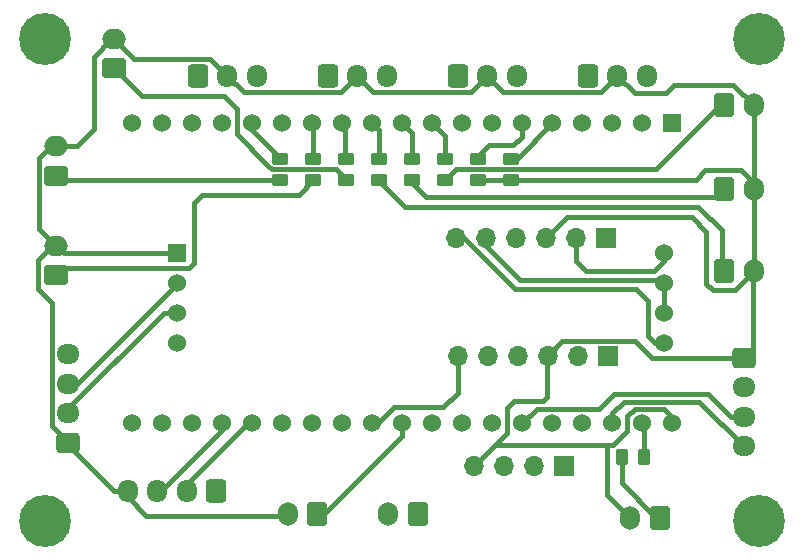
<source format=gbl>
%TF.GenerationSoftware,KiCad,Pcbnew,8.0.4*%
%TF.CreationDate,2024-08-29T11:46:15+07:00*%
%TF.ProjectId,ESP32,45535033-322e-46b6-9963-61645f706362,rev?*%
%TF.SameCoordinates,Original*%
%TF.FileFunction,Copper,L2,Bot*%
%TF.FilePolarity,Positive*%
%FSLAX46Y46*%
G04 Gerber Fmt 4.6, Leading zero omitted, Abs format (unit mm)*
G04 Created by KiCad (PCBNEW 8.0.4) date 2024-08-29 11:46:15*
%MOMM*%
%LPD*%
G01*
G04 APERTURE LIST*
G04 Aperture macros list*
%AMRoundRect*
0 Rectangle with rounded corners*
0 $1 Rounding radius*
0 $2 $3 $4 $5 $6 $7 $8 $9 X,Y pos of 4 corners*
0 Add a 4 corners polygon primitive as box body*
4,1,4,$2,$3,$4,$5,$6,$7,$8,$9,$2,$3,0*
0 Add four circle primitives for the rounded corners*
1,1,$1+$1,$2,$3*
1,1,$1+$1,$4,$5*
1,1,$1+$1,$6,$7*
1,1,$1+$1,$8,$9*
0 Add four rect primitives between the rounded corners*
20,1,$1+$1,$2,$3,$4,$5,0*
20,1,$1+$1,$4,$5,$6,$7,0*
20,1,$1+$1,$6,$7,$8,$9,0*
20,1,$1+$1,$8,$9,$2,$3,0*%
G04 Aperture macros list end*
%TA.AperFunction,ComponentPad*%
%ADD10R,1.700000X1.700000*%
%TD*%
%TA.AperFunction,ComponentPad*%
%ADD11O,1.700000X1.700000*%
%TD*%
%TA.AperFunction,ComponentPad*%
%ADD12O,1.700000X2.000000*%
%TD*%
%TA.AperFunction,ComponentPad*%
%ADD13RoundRect,0.250000X0.600000X0.750000X-0.600000X0.750000X-0.600000X-0.750000X0.600000X-0.750000X0*%
%TD*%
%TA.AperFunction,ComponentPad*%
%ADD14RoundRect,0.250000X-0.600000X-0.725000X0.600000X-0.725000X0.600000X0.725000X-0.600000X0.725000X0*%
%TD*%
%TA.AperFunction,ComponentPad*%
%ADD15O,1.700000X1.950000*%
%TD*%
%TA.AperFunction,ComponentPad*%
%ADD16RoundRect,0.250000X0.750000X-0.600000X0.750000X0.600000X-0.750000X0.600000X-0.750000X-0.600000X0*%
%TD*%
%TA.AperFunction,ComponentPad*%
%ADD17O,2.000000X1.700000*%
%TD*%
%TA.AperFunction,ComponentPad*%
%ADD18C,4.400000*%
%TD*%
%TA.AperFunction,ComponentPad*%
%ADD19RoundRect,0.250000X-0.600000X-0.750000X0.600000X-0.750000X0.600000X0.750000X-0.600000X0.750000X0*%
%TD*%
%TA.AperFunction,ComponentPad*%
%ADD20RoundRect,0.250000X-0.725000X0.600000X-0.725000X-0.600000X0.725000X-0.600000X0.725000X0.600000X0*%
%TD*%
%TA.AperFunction,ComponentPad*%
%ADD21O,1.950000X1.700000*%
%TD*%
%TA.AperFunction,ComponentPad*%
%ADD22R,1.530000X1.530000*%
%TD*%
%TA.AperFunction,ComponentPad*%
%ADD23C,1.530000*%
%TD*%
%TA.AperFunction,ComponentPad*%
%ADD24RoundRect,0.250000X0.600000X0.725000X-0.600000X0.725000X-0.600000X-0.725000X0.600000X-0.725000X0*%
%TD*%
%TA.AperFunction,ComponentPad*%
%ADD25RoundRect,0.250000X0.725000X-0.600000X0.725000X0.600000X-0.725000X0.600000X-0.725000X-0.600000X0*%
%TD*%
%TA.AperFunction,SMDPad,CuDef*%
%ADD26RoundRect,0.250000X0.450000X-0.262500X0.450000X0.262500X-0.450000X0.262500X-0.450000X-0.262500X0*%
%TD*%
%TA.AperFunction,SMDPad,CuDef*%
%ADD27RoundRect,0.250000X-0.262500X-0.450000X0.262500X-0.450000X0.262500X0.450000X-0.262500X0.450000X0*%
%TD*%
%TA.AperFunction,Conductor*%
%ADD28C,0.400000*%
%TD*%
G04 APERTURE END LIST*
D10*
%TO.P,J7,1,Pin_1*%
%TO.N,Net-(J17-Pin_1)*%
X81000000Y-100500000D03*
D11*
%TO.P,J7,2,Pin_2*%
%TO.N,unconnected-(J7-Pin_2-Pad2)*%
X78460000Y-100500000D03*
%TO.P,J7,3,Pin_3*%
%TO.N,unconnected-(J7-Pin_3-Pad3)*%
X75920000Y-100500000D03*
%TO.P,J7,4,Pin_4*%
%TO.N,GND*%
X73380000Y-100500000D03*
%TD*%
D12*
%TO.P,J17,2,Pin_2*%
%TO.N,+5V*%
X66100000Y-104575000D03*
D13*
%TO.P,J17,1,Pin_1*%
%TO.N,Net-(J17-Pin_1)*%
X68600000Y-104575000D03*
%TD*%
D14*
%TO.P,J2,1,Pin_1*%
%TO.N,/ana2*%
X71975000Y-67482500D03*
D15*
%TO.P,J2,2,Pin_2*%
%TO.N,GND*%
X74475000Y-67482500D03*
%TO.P,J2,3,Pin_3*%
%TO.N,+5V*%
X76975000Y-67482500D03*
%TD*%
D14*
%TO.P,J3,1,Pin_1*%
%TO.N,/dig1*%
X60975000Y-67482500D03*
D15*
%TO.P,J3,2,Pin_2*%
%TO.N,GND*%
X63475000Y-67482500D03*
%TO.P,J3,3,Pin_3*%
%TO.N,+5V*%
X65975000Y-67482500D03*
%TD*%
D16*
%TO.P,J13,1,Pin_1*%
%TO.N,Net-(J13-Pin_1)*%
X42900000Y-66857500D03*
D17*
%TO.P,J13,2,Pin_2*%
%TO.N,GND*%
X42900000Y-64357500D03*
%TD*%
D10*
%TO.P,J9,1,Pin_1*%
%TO.N,/HV4*%
X84555000Y-81225000D03*
D11*
%TO.P,J9,2,Pin_2*%
%TO.N,/HV3*%
X82015000Y-81225000D03*
%TO.P,J9,3,Pin_3*%
%TO.N,GND*%
X79475000Y-81225000D03*
%TO.P,J9,4,Pin_4*%
%TO.N,+5V*%
X76935000Y-81225000D03*
%TO.P,J9,5,Pin_5*%
%TO.N,/HV2*%
X74395000Y-81225000D03*
%TO.P,J9,6,Pin_6*%
%TO.N,/HV1*%
X71855000Y-81225000D03*
%TD*%
D18*
%TO.P,J21,1,Pin_1*%
%TO.N,unconnected-(J21-Pin_1-Pad1)*%
X97525000Y-105150000D03*
%TD*%
D19*
%TO.P,J12,1,Pin_1*%
%TO.N,Net-(J12-Pin_1)*%
X94525000Y-84050000D03*
D12*
%TO.P,J12,2,Pin_2*%
%TO.N,GND*%
X97025000Y-84050000D03*
%TD*%
D18*
%TO.P,J23,1,Pin_1*%
%TO.N,unconnected-(J23-Pin_1-Pad1)*%
X37050000Y-105150000D03*
%TD*%
D20*
%TO.P,J18,1,Pin_1*%
%TO.N,GND*%
X96200000Y-91350000D03*
D21*
%TO.P,J18,2,Pin_2*%
%TO.N,+5V*%
X96200000Y-93850000D03*
%TO.P,J18,3,Pin_3*%
%TO.N,/IO21*%
X96200000Y-96350000D03*
%TO.P,J18,4,Pin_4*%
%TO.N,/IO22*%
X96200000Y-98850000D03*
%TD*%
D13*
%TO.P,J20,1,Pin_1*%
%TO.N,/IO5*%
X60100000Y-104575000D03*
D12*
%TO.P,J20,2,Pin_2*%
%TO.N,GND*%
X57600000Y-104575000D03*
%TD*%
D19*
%TO.P,J11,1,Pin_1*%
%TO.N,Net-(J11-Pin_1)*%
X94525000Y-77050000D03*
D12*
%TO.P,J11,2,Pin_2*%
%TO.N,GND*%
X97025000Y-77050000D03*
%TD*%
D14*
%TO.P,J4,1,Pin_1*%
%TO.N,/dig2*%
X49975000Y-67507500D03*
D15*
%TO.P,J4,2,Pin_2*%
%TO.N,GND*%
X52475000Y-67507500D03*
%TO.P,J4,3,Pin_3*%
%TO.N,+5V*%
X54975000Y-67507500D03*
%TD*%
D10*
%TO.P,J10,1,Pin_1*%
%TO.N,/LV4*%
X84675000Y-91175000D03*
D11*
%TO.P,J10,2,Pin_2*%
%TO.N,/LV3*%
X82135000Y-91175000D03*
%TO.P,J10,3,Pin_3*%
%TO.N,GND*%
X79595000Y-91175000D03*
%TO.P,J10,4,Pin_4*%
%TO.N,/LV*%
X77055000Y-91175000D03*
%TO.P,J10,5,Pin_5*%
%TO.N,/LV2*%
X74515000Y-91175000D03*
%TO.P,J10,6,Pin_6*%
%TO.N,/LV1*%
X71975000Y-91175000D03*
%TD*%
D19*
%TO.P,J8,1,Pin_1*%
%TO.N,Net-(J8-Pin_1)*%
X94525000Y-69975000D03*
D12*
%TO.P,J8,2,Pin_2*%
%TO.N,GND*%
X97025000Y-69975000D03*
%TD*%
D16*
%TO.P,J14,1,Pin_1*%
%TO.N,Net-(J14-Pin_1)*%
X38000000Y-75950000D03*
D17*
%TO.P,J14,2,Pin_2*%
%TO.N,GND*%
X38000000Y-73450000D03*
%TD*%
D13*
%TO.P,J16,1,Pin_1*%
%TO.N,Net-(J16-Pin_1)*%
X89075000Y-104900000D03*
D12*
%TO.P,J16,2,Pin_2*%
%TO.N,GND*%
X86575000Y-104900000D03*
%TD*%
D22*
%TO.P,U1,1,3V3*%
%TO.N,/LV*%
X90140000Y-71505000D03*
D23*
%TO.P,U1,2,EN*%
%TO.N,unconnected-(U1-EN-Pad2)*%
X87600000Y-71505000D03*
%TO.P,U1,3,SENSOR_VP*%
%TO.N,unconnected-(U1-SENSOR_VP-Pad3)*%
X85060000Y-71505000D03*
%TO.P,U1,4,SENSOR_VN*%
%TO.N,unconnected-(U1-SENSOR_VN-Pad4)*%
X82520000Y-71505000D03*
%TO.P,U1,5,IO34*%
%TO.N,/ana1*%
X79980000Y-71505000D03*
%TO.P,U1,6,IO35*%
%TO.N,/ana2*%
X77440000Y-71505000D03*
%TO.P,U1,7,IO32*%
%TO.N,/dig1*%
X74900000Y-71505000D03*
%TO.P,U1,8,IO33*%
%TO.N,/dig2*%
X72360000Y-71505000D03*
%TO.P,U1,9,IO25*%
%TO.N,/IO25*%
X69820000Y-71505000D03*
%TO.P,U1,10,IO26*%
%TO.N,/IO26*%
X67280000Y-71505000D03*
%TO.P,U1,11,IO27*%
%TO.N,/IO27*%
X64740000Y-71505000D03*
%TO.P,U1,12,IO14*%
%TO.N,/IO14*%
X62200000Y-71505000D03*
%TO.P,U1,13,IO12*%
%TO.N,/IO12*%
X59660000Y-71505000D03*
%TO.P,U1,14,GND1*%
%TO.N,unconnected-(U1-GND1-Pad14)*%
X57120000Y-71505000D03*
%TO.P,U1,15,IO13*%
%TO.N,/IO13*%
X54580000Y-71505000D03*
%TO.P,U1,16,SD2*%
%TO.N,unconnected-(U1-SD2-Pad16)*%
X52040000Y-71505000D03*
%TO.P,U1,17,SD3*%
%TO.N,unconnected-(U1-SD3-Pad17)*%
X49500000Y-71505000D03*
%TO.P,U1,18,CMD*%
%TO.N,unconnected-(U1-CMD-Pad18)*%
X46960000Y-71505000D03*
%TO.P,U1,19,EXT_5V*%
%TO.N,+5V*%
X44420000Y-71505000D03*
%TO.P,U1,20,CLK*%
%TO.N,unconnected-(U1-CLK-Pad20)*%
X44420000Y-96905000D03*
%TO.P,U1,21,SD0*%
%TO.N,unconnected-(U1-SD0-Pad21)*%
X46960000Y-96905000D03*
%TO.P,U1,22,SD1*%
%TO.N,unconnected-(U1-SD1-Pad22)*%
X49500000Y-96905000D03*
%TO.P,U1,23,IO15*%
%TO.N,/IO15*%
X52040000Y-96905000D03*
%TO.P,U1,24,IO2*%
%TO.N,/IO2*%
X54580000Y-96905000D03*
%TO.P,U1,25,IO0*%
%TO.N,unconnected-(U1-IO0-Pad25)*%
X57120000Y-96905000D03*
%TO.P,U1,26,IO4*%
%TO.N,/LV2*%
X59660000Y-96905000D03*
%TO.P,U1,27,IO16*%
%TO.N,/LV3*%
X62200000Y-96905000D03*
%TO.P,U1,28,IO17*%
%TO.N,/LV1*%
X64740000Y-96905000D03*
%TO.P,U1,29,IO5*%
%TO.N,/IO5*%
X67280000Y-96905000D03*
%TO.P,U1,30,IO18*%
%TO.N,unconnected-(U1-IO18-Pad30)*%
X69820000Y-96905000D03*
%TO.P,U1,31,IO19*%
%TO.N,unconnected-(U1-IO19-Pad31)*%
X72360000Y-96905000D03*
%TO.P,U1,32,GND2*%
%TO.N,unconnected-(U1-GND2-Pad32)*%
X74900000Y-96905000D03*
%TO.P,U1,33,IO21*%
%TO.N,/IO21*%
X77440000Y-96905000D03*
%TO.P,U1,34,RXD0*%
%TO.N,unconnected-(U1-RXD0-Pad34)*%
X79980000Y-96905000D03*
%TO.P,U1,35,TXD0*%
%TO.N,unconnected-(U1-TXD0-Pad35)*%
X82520000Y-96905000D03*
%TO.P,U1,36,IO22*%
%TO.N,/IO22*%
X85060000Y-96905000D03*
%TO.P,U1,37,IO23*%
%TO.N,/IO23*%
X87600000Y-96905000D03*
%TO.P,U1,38,GND3*%
%TO.N,GND*%
X90140000Y-96905000D03*
%TD*%
D24*
%TO.P,J5,1,Pin_1*%
%TO.N,+5V*%
X51525000Y-102642500D03*
D15*
%TO.P,J5,2,Pin_2*%
%TO.N,/IO2*%
X49025000Y-102642500D03*
%TO.P,J5,3,Pin_3*%
%TO.N,/IO15*%
X46525000Y-102642500D03*
%TO.P,J5,4,Pin_4*%
%TO.N,GND*%
X44025000Y-102642500D03*
%TD*%
D25*
%TO.P,J6,1,Pin_1*%
%TO.N,GND*%
X39007500Y-98550000D03*
D21*
%TO.P,J6,2,Pin_2*%
%TO.N,/B*%
X39007500Y-96050000D03*
%TO.P,J6,3,Pin_3*%
%TO.N,/A*%
X39007500Y-93550000D03*
%TO.P,J6,4,Pin_4*%
%TO.N,+5V*%
X39007500Y-91050000D03*
%TD*%
D16*
%TO.P,J15,1,Pin_1*%
%TO.N,Net-(J15-Pin_1)*%
X38000000Y-84375000D03*
D17*
%TO.P,J15,2,Pin_2*%
%TO.N,GND*%
X38000000Y-81875000D03*
%TD*%
D22*
%TO.P,ESP32,1,GND*%
%TO.N,GND*%
X48203500Y-82490000D03*
D23*
%TO.P,ESP32,2,A*%
%TO.N,/A*%
X48203500Y-85030000D03*
%TO.P,ESP32,3,B*%
%TO.N,/B*%
X48203500Y-87570000D03*
%TO.P,ESP32,4,VCC*%
%TO.N,+5V*%
X48203500Y-90110000D03*
%TO.P,ESP32,5,RO*%
%TO.N,/HV1*%
X89423500Y-90110000D03*
%TO.P,ESP32,6,RE*%
%TO.N,/HV2*%
X89423500Y-87570000D03*
%TO.P,ESP32,7,DE*%
X89423500Y-85030000D03*
%TO.P,ESP32,8,DI*%
%TO.N,/HV3*%
X89423500Y-82490000D03*
%TD*%
D14*
%TO.P,J1,1,Pin_1*%
%TO.N,/ana1*%
X82975000Y-67482500D03*
D15*
%TO.P,J1,2,Pin_2*%
%TO.N,GND*%
X85475000Y-67482500D03*
%TO.P,J1,3,Pin_3*%
%TO.N,+5V*%
X87975000Y-67482500D03*
%TD*%
D18*
%TO.P,J19,1,Pin_1*%
%TO.N,unconnected-(J19-Pin_1-Pad1)*%
X97475000Y-64375000D03*
%TD*%
%TO.P,J22,1,Pin_1*%
%TO.N,unconnected-(J22-Pin_1-Pad1)*%
X37050000Y-64350000D03*
%TD*%
D26*
%TO.P,R4,1*%
%TO.N,Net-(J11-Pin_1)*%
X68146428Y-76325000D03*
%TO.P,R4,2*%
%TO.N,/IO26*%
X68146428Y-74500000D03*
%TD*%
D27*
%TO.P,R9,1*%
%TO.N,Net-(J16-Pin_1)*%
X85900000Y-99800000D03*
%TO.P,R9,2*%
%TO.N,/IO23*%
X87725000Y-99800000D03*
%TD*%
D26*
%TO.P,R2,1*%
%TO.N,GND*%
X73732142Y-76325000D03*
%TO.P,R2,2*%
%TO.N,/ana2*%
X73732142Y-74500000D03*
%TD*%
%TO.P,R1,1*%
%TO.N,GND*%
X76525000Y-76325000D03*
%TO.P,R1,2*%
%TO.N,/ana1*%
X76525000Y-74500000D03*
%TD*%
%TO.P,R5,1*%
%TO.N,Net-(J12-Pin_1)*%
X65353571Y-76325000D03*
%TO.P,R5,2*%
%TO.N,/IO27*%
X65353571Y-74500000D03*
%TD*%
%TO.P,R6,1*%
%TO.N,Net-(J13-Pin_1)*%
X62560714Y-76325000D03*
%TO.P,R6,2*%
%TO.N,/IO14*%
X62560714Y-74500000D03*
%TD*%
%TO.P,R3,1*%
%TO.N,Net-(J8-Pin_1)*%
X70939285Y-76325000D03*
%TO.P,R3,2*%
%TO.N,/IO25*%
X70939285Y-74500000D03*
%TD*%
%TO.P,R7,1*%
%TO.N,Net-(J14-Pin_1)*%
X56975000Y-76325000D03*
%TO.P,R7,2*%
%TO.N,/IO13*%
X56975000Y-74500000D03*
%TD*%
%TO.P,R8,1*%
%TO.N,Net-(J15-Pin_1)*%
X59767857Y-76325000D03*
%TO.P,R8,2*%
%TO.N,/IO12*%
X59767857Y-74500000D03*
%TD*%
D28*
%TO.N,Net-(J15-Pin_1)*%
X49200000Y-83800000D02*
X38575000Y-83800000D01*
X38575000Y-83800000D02*
X38000000Y-84375000D01*
X50325000Y-77550000D02*
X49650000Y-78225000D01*
X49650000Y-78225000D02*
X49650000Y-83350000D01*
X58542857Y-77550000D02*
X50325000Y-77550000D01*
X59767857Y-76325000D02*
X58542857Y-77550000D01*
X49650000Y-83350000D02*
X49200000Y-83800000D01*
%TO.N,/LV1*%
X66550000Y-95550000D02*
X70725000Y-95550000D01*
X65195000Y-96905000D02*
X66550000Y-95550000D01*
X71975000Y-94300000D02*
X71975000Y-91175000D01*
X64740000Y-96905000D02*
X65195000Y-96905000D01*
X70725000Y-95550000D02*
X71975000Y-94300000D01*
%TO.N,GND*%
X79575000Y-94650000D02*
X79225000Y-95000000D01*
X76125000Y-95600000D02*
X76125000Y-97755000D01*
X76125000Y-97755000D02*
X73380000Y-100500000D01*
X79575000Y-91195000D02*
X79575000Y-94650000D01*
X76725000Y-95000000D02*
X76125000Y-95600000D01*
X79595000Y-91175000D02*
X79575000Y-91195000D01*
X79225000Y-95000000D02*
X76725000Y-95000000D01*
X73625000Y-100255000D02*
X73380000Y-100500000D01*
%TO.N,Net-(J16-Pin_1)*%
X85850000Y-99850000D02*
X85850000Y-101975000D01*
X88775000Y-104900000D02*
X89075000Y-104900000D01*
X85900000Y-99800000D02*
X85850000Y-99850000D01*
X85850000Y-101975000D02*
X88775000Y-104900000D01*
%TO.N,GND*%
X84650000Y-98775000D02*
X83825000Y-98775000D01*
X84650000Y-102975000D02*
X84650000Y-98775000D01*
X86575000Y-104900000D02*
X84650000Y-102975000D01*
X86350000Y-96275000D02*
X86350000Y-97525000D01*
X85100000Y-98775000D02*
X83825000Y-98775000D01*
X86950000Y-95675000D02*
X86350000Y-96275000D01*
X86350000Y-97525000D02*
X85100000Y-98775000D01*
X89425000Y-95675000D02*
X86950000Y-95675000D01*
X90140000Y-96905000D02*
X90140000Y-96390000D01*
X90140000Y-96390000D02*
X89425000Y-95675000D01*
%TO.N,/IO21*%
X95125000Y-96350000D02*
X96200000Y-96350000D01*
X93200000Y-94425000D02*
X95125000Y-96350000D01*
X85175000Y-94425000D02*
X93200000Y-94425000D01*
X78670000Y-95675000D02*
X83925000Y-95675000D01*
X77440000Y-96905000D02*
X78670000Y-95675000D01*
X83925000Y-95675000D02*
X85175000Y-94425000D01*
%TO.N,/IO22*%
X86050000Y-95075000D02*
X92425000Y-95075000D01*
X85060000Y-96065000D02*
X86050000Y-95075000D01*
X85060000Y-96905000D02*
X85060000Y-96065000D01*
X92425000Y-95075000D02*
X96200000Y-98850000D01*
%TO.N,GND*%
X96975000Y-90575000D02*
X96200000Y-91350000D01*
X96975000Y-84100000D02*
X96975000Y-90575000D01*
X97025000Y-84050000D02*
X96975000Y-84100000D01*
X95425000Y-85650000D02*
X97025000Y-84050000D01*
X93600000Y-85650000D02*
X95425000Y-85650000D01*
X93025000Y-80675000D02*
X93025000Y-85075000D01*
X81250000Y-79450000D02*
X91800000Y-79450000D01*
X91800000Y-79450000D02*
X93025000Y-80675000D01*
X93025000Y-85075000D02*
X93600000Y-85650000D01*
X79475000Y-81225000D02*
X81250000Y-79450000D01*
X95525000Y-90675000D02*
X96200000Y-91350000D01*
X97025000Y-76575000D02*
X97025000Y-77050000D01*
X95950000Y-75500000D02*
X97025000Y-76575000D01*
X92950000Y-75500000D02*
X95950000Y-75500000D01*
X92125000Y-76325000D02*
X92950000Y-75500000D01*
X73732142Y-76325000D02*
X92125000Y-76325000D01*
%TO.N,/IO25*%
X70875000Y-74435715D02*
X70939285Y-74500000D01*
X70875000Y-72560000D02*
X70875000Y-74435715D01*
X69820000Y-71505000D02*
X70875000Y-72560000D01*
%TO.N,/IO26*%
X68100000Y-74453572D02*
X68146428Y-74500000D01*
X68100000Y-72325000D02*
X68100000Y-74453572D01*
X67280000Y-71505000D02*
X68100000Y-72325000D01*
%TO.N,/IO27*%
X65325000Y-74471429D02*
X65325000Y-72090000D01*
X65353571Y-74500000D02*
X65325000Y-74471429D01*
X65325000Y-72090000D02*
X64740000Y-71505000D01*
%TO.N,Net-(J11-Pin_1)*%
X93825000Y-77750000D02*
X94525000Y-77050000D01*
X69300000Y-77750000D02*
X93825000Y-77750000D01*
X68146428Y-76596428D02*
X69300000Y-77750000D01*
X68146428Y-76325000D02*
X68146428Y-76596428D01*
%TO.N,Net-(J12-Pin_1)*%
X94325000Y-83850000D02*
X94525000Y-84050000D01*
X92350000Y-78600000D02*
X94325000Y-80575000D01*
X65353571Y-76403571D02*
X67550000Y-78600000D01*
X94325000Y-80575000D02*
X94325000Y-83850000D01*
X65353571Y-76325000D02*
X65353571Y-76403571D01*
X67550000Y-78600000D02*
X92350000Y-78600000D01*
%TO.N,Net-(J14-Pin_1)*%
X56950000Y-76300000D02*
X38350000Y-76300000D01*
X38350000Y-76300000D02*
X38000000Y-75950000D01*
X56975000Y-76325000D02*
X56950000Y-76300000D01*
%TO.N,GND*%
X48168500Y-82525000D02*
X48203500Y-82490000D01*
X38650000Y-82525000D02*
X48168500Y-82525000D01*
X38000000Y-81875000D02*
X38650000Y-82525000D01*
X42917500Y-102642500D02*
X44025000Y-102642500D01*
X39007500Y-98550000D02*
X39007500Y-98732500D01*
X39007500Y-98732500D02*
X42917500Y-102642500D01*
X45575000Y-104725000D02*
X44025000Y-103175000D01*
X44025000Y-103175000D02*
X44025000Y-102642500D01*
X57450000Y-104725000D02*
X45575000Y-104725000D01*
X57600000Y-104575000D02*
X57450000Y-104725000D01*
%TO.N,/IO5*%
X67280000Y-97945000D02*
X67280000Y-96905000D01*
X60650000Y-104575000D02*
X67280000Y-97945000D01*
X60100000Y-104575000D02*
X60650000Y-104575000D01*
%TO.N,GND*%
X57600000Y-104575000D02*
X57600000Y-104975000D01*
X75105000Y-98775000D02*
X73380000Y-100500000D01*
X83825000Y-98775000D02*
X75105000Y-98775000D01*
%TO.N,Net-(J8-Pin_1)*%
X71851785Y-75412500D02*
X70939285Y-76325000D01*
X88787500Y-75412500D02*
X71851785Y-75412500D01*
X94225000Y-69975000D02*
X88787500Y-75412500D01*
X94525000Y-69975000D02*
X94225000Y-69975000D01*
%TO.N,/HV3*%
X82825000Y-83975000D02*
X82015000Y-83165000D01*
X82015000Y-83165000D02*
X82015000Y-81225000D01*
X88575000Y-83975000D02*
X82825000Y-83975000D01*
X89423500Y-82490000D02*
X89423500Y-83126500D01*
X89423500Y-83126500D02*
X88575000Y-83975000D01*
%TO.N,/HV2*%
X89143500Y-84750000D02*
X89423500Y-85030000D01*
X74395000Y-81920000D02*
X77225000Y-84750000D01*
X77225000Y-84750000D02*
X89143500Y-84750000D01*
X74395000Y-81225000D02*
X74395000Y-81920000D01*
%TO.N,/HV1*%
X88660000Y-90110000D02*
X89423500Y-90110000D01*
X88100000Y-86525000D02*
X88100000Y-89550000D01*
X88100000Y-89550000D02*
X88660000Y-90110000D01*
X76800000Y-85525000D02*
X87100000Y-85525000D01*
X87100000Y-85525000D02*
X88100000Y-86525000D01*
X71855000Y-81225000D02*
X72500000Y-81225000D01*
X72500000Y-81225000D02*
X76800000Y-85525000D01*
%TO.N,/IO15*%
X52040000Y-97435000D02*
X46832500Y-102642500D01*
X52040000Y-96905000D02*
X52040000Y-97435000D01*
X46832500Y-102642500D02*
X46525000Y-102642500D01*
X52060000Y-96990000D02*
X52125000Y-96990000D01*
%TO.N,/ana1*%
X77000000Y-74500000D02*
X76525000Y-74500000D01*
X79980000Y-71520000D02*
X77000000Y-74500000D01*
X79980000Y-71505000D02*
X79980000Y-71520000D01*
%TO.N,/IO14*%
X62400000Y-74339286D02*
X62560714Y-74500000D01*
X62200000Y-71505000D02*
X62400000Y-71705000D01*
X62400000Y-71705000D02*
X62400000Y-74339286D01*
%TO.N,/IO2*%
X49025000Y-102642500D02*
X49025000Y-102075000D01*
X54195000Y-96905000D02*
X54580000Y-96905000D01*
X54320000Y-96905000D02*
X54580000Y-96905000D01*
X49025000Y-102075000D02*
X54195000Y-96905000D01*
%TO.N,GND*%
X87000000Y-89925000D02*
X88425000Y-91350000D01*
X64850000Y-68857500D02*
X63475000Y-67482500D01*
X95325000Y-68275000D02*
X97025000Y-69975000D01*
X41150000Y-65875000D02*
X41150000Y-72025000D01*
X37632500Y-86682500D02*
X37632500Y-97175000D01*
X42667500Y-64357500D02*
X41150000Y-65875000D01*
X75850000Y-68857500D02*
X84100000Y-68857500D01*
X42900000Y-64357500D02*
X44567500Y-66025000D01*
X79595000Y-91175000D02*
X80845000Y-89925000D01*
X80845000Y-89925000D02*
X87000000Y-89925000D01*
X85475000Y-67482500D02*
X86967500Y-68975000D01*
X88425000Y-91350000D02*
X96200000Y-91350000D01*
X97025000Y-77050000D02*
X97025000Y-84050000D01*
X37632500Y-97175000D02*
X39007500Y-98550000D01*
X39725000Y-73450000D02*
X38000000Y-73450000D01*
X38000000Y-73450000D02*
X37575000Y-73450000D01*
X84100000Y-68857500D02*
X85475000Y-67482500D01*
X79595000Y-91175000D02*
X79595000Y-91255000D01*
X73100000Y-68857500D02*
X64850000Y-68857500D01*
X74475000Y-67482500D02*
X75850000Y-68857500D01*
X50992500Y-66025000D02*
X52475000Y-67507500D01*
X53850000Y-68882500D02*
X62075000Y-68882500D01*
X36550000Y-74475000D02*
X36550000Y-80425000D01*
X44567500Y-66025000D02*
X50992500Y-66025000D01*
X42900000Y-64357500D02*
X42667500Y-64357500D01*
X86967500Y-68975000D02*
X89575000Y-68975000D01*
X37625000Y-81875000D02*
X36450000Y-83050000D01*
X41150000Y-72025000D02*
X39725000Y-73450000D01*
X62075000Y-68882500D02*
X63475000Y-67482500D01*
X52475000Y-67507500D02*
X53850000Y-68882500D01*
X37575000Y-73450000D02*
X36550000Y-74475000D01*
X36550000Y-80425000D02*
X38000000Y-81875000D01*
X74475000Y-67482500D02*
X73100000Y-68857500D01*
X97025000Y-69975000D02*
X97025000Y-77050000D01*
X79595000Y-91175000D02*
X78925000Y-91175000D01*
X38000000Y-81875000D02*
X37625000Y-81875000D01*
X36450000Y-85500000D02*
X37632500Y-86682500D01*
X90275000Y-68275000D02*
X95325000Y-68275000D01*
X36450000Y-83050000D02*
X36450000Y-85500000D01*
X89575000Y-68975000D02*
X90275000Y-68275000D01*
%TO.N,/IO13*%
X54580000Y-72055000D02*
X56975000Y-74450000D01*
X56975000Y-74450000D02*
X56975000Y-74500000D01*
X54580000Y-71505000D02*
X54580000Y-72055000D01*
%TO.N,/IO21*%
X77450000Y-96915000D02*
X77440000Y-96905000D01*
%TO.N,/IO12*%
X59660000Y-71505000D02*
X59725000Y-71570000D01*
X59725000Y-71570000D02*
X59725000Y-74457143D01*
X59725000Y-74457143D02*
X59767857Y-74500000D01*
%TO.N,/ana2*%
X77440000Y-72635000D02*
X76700000Y-73375000D01*
X73732142Y-74292858D02*
X73732142Y-74500000D01*
X76700000Y-73375000D02*
X74650000Y-73375000D01*
X74650000Y-73375000D02*
X73732142Y-74292858D01*
X77440000Y-71505000D02*
X77440000Y-72635000D01*
%TO.N,/LV1*%
X71975000Y-90900000D02*
X71975000Y-91175000D01*
X64740000Y-96485000D02*
X64740000Y-96905000D01*
%TO.N,/IO23*%
X87725000Y-97030000D02*
X87600000Y-96905000D01*
X87725000Y-99800000D02*
X87725000Y-97030000D01*
%TO.N,/HV2*%
X89423500Y-87570000D02*
X89423500Y-85030000D01*
%TO.N,/B*%
X47080000Y-87570000D02*
X39007500Y-95642500D01*
X48203500Y-87570000D02*
X47080000Y-87570000D01*
X39007500Y-95642500D02*
X39007500Y-96050000D01*
%TO.N,/A*%
X48203500Y-85096500D02*
X39750000Y-93550000D01*
X39750000Y-93550000D02*
X39007500Y-93550000D01*
X48203500Y-85030000D02*
X48203500Y-85096500D01*
%TO.N,/HV1*%
X89423500Y-90110000D02*
X89163500Y-89850000D01*
%TO.N,Net-(J13-Pin_1)*%
X55875000Y-75025000D02*
X53275000Y-72425000D01*
X53275000Y-72425000D02*
X53275000Y-70325000D01*
X55875000Y-75038666D02*
X55875000Y-75025000D01*
X56248834Y-75412500D02*
X55875000Y-75038666D01*
X62560714Y-76325000D02*
X61648214Y-75412500D01*
X45267500Y-69225000D02*
X42900000Y-66857500D01*
X61648214Y-75412500D02*
X56248834Y-75412500D01*
X53275000Y-70325000D02*
X52175000Y-69225000D01*
X52175000Y-69225000D02*
X45267500Y-69225000D01*
%TD*%
M02*

</source>
